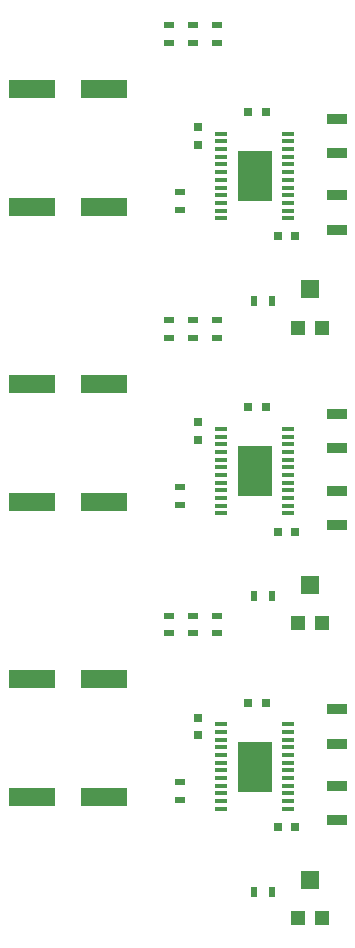
<source format=gbr>
G04 #@! TF.FileFunction,Paste,Top*
%FSLAX46Y46*%
G04 Gerber Fmt 4.6, Leading zero omitted, Abs format (unit mm)*
G04 Created by KiCad (PCBNEW (2015-12-07 BZR 6352)-product) date Sun 16 Jul 2017 10:51:14 AM EDT*
%MOMM*%
G01*
G04 APERTURE LIST*
%ADD10C,0.100000*%
%ADD11R,4.000500X1.600200*%
%ADD12R,0.900000X0.500000*%
%ADD13R,0.750000X0.800000*%
%ADD14R,0.800000X0.750000*%
%ADD15R,1.200000X1.200000*%
%ADD16R,1.600000X1.500000*%
%ADD17R,0.500000X0.900000*%
%ADD18R,1.700000X0.900000*%
%ADD19R,1.100000X0.400000*%
%ADD20R,3.000000X4.320000*%
G04 APERTURE END LIST*
D10*
D11*
X116050540Y-95500000D03*
X109949460Y-95500000D03*
X116050540Y-70500000D03*
X109949460Y-70500000D03*
D12*
X123573908Y-90112684D03*
X123573908Y-91612684D03*
X121573908Y-90112684D03*
X121573908Y-91612684D03*
D13*
X124000000Y-98750000D03*
X124000000Y-100250000D03*
D12*
X125573908Y-90112684D03*
X125573908Y-91612684D03*
D14*
X129750000Y-97500000D03*
X128250000Y-97500000D03*
D11*
X116050540Y-105500000D03*
X109949460Y-105500000D03*
D15*
X132500000Y-115750000D03*
D16*
X133500000Y-112500000D03*
D15*
X134500000Y-115750000D03*
D17*
X128750000Y-113500000D03*
X130250000Y-113500000D03*
D12*
X122500000Y-104250000D03*
X122500000Y-105750000D03*
D14*
X132250000Y-108000000D03*
X130750000Y-108000000D03*
D18*
X135750000Y-98050000D03*
X135750000Y-100950000D03*
X135750000Y-107450000D03*
X135750000Y-104550000D03*
D19*
X125950000Y-99325000D03*
X125950000Y-99975000D03*
X125950000Y-100625000D03*
X125950000Y-101275000D03*
X125950000Y-101925000D03*
X125950000Y-102575000D03*
X125950000Y-103225000D03*
X125950000Y-103875000D03*
X125950000Y-104525000D03*
X125950000Y-105175000D03*
X125950000Y-105825000D03*
X125950000Y-106475000D03*
X131650000Y-106475000D03*
X131650000Y-105825000D03*
X131650000Y-105175000D03*
X131650000Y-104525000D03*
X131650000Y-103875000D03*
X131650000Y-103225000D03*
X131650000Y-102575000D03*
X131650000Y-101925000D03*
X131650000Y-101275000D03*
X131650000Y-100625000D03*
X131650000Y-99975000D03*
X131650000Y-99325000D03*
D20*
X128800000Y-102900000D03*
D12*
X123573908Y-65112684D03*
X123573908Y-66612684D03*
X121573908Y-65112684D03*
X121573908Y-66612684D03*
D13*
X124000000Y-73750000D03*
X124000000Y-75250000D03*
D12*
X125573908Y-65112684D03*
X125573908Y-66612684D03*
D14*
X129750000Y-72500000D03*
X128250000Y-72500000D03*
D11*
X116050540Y-80500000D03*
X109949460Y-80500000D03*
D15*
X132500000Y-90750000D03*
D16*
X133500000Y-87500000D03*
D15*
X134500000Y-90750000D03*
D17*
X128750000Y-88500000D03*
X130250000Y-88500000D03*
D12*
X122500000Y-79250000D03*
X122500000Y-80750000D03*
D14*
X132250000Y-83000000D03*
X130750000Y-83000000D03*
D18*
X135750000Y-73050000D03*
X135750000Y-75950000D03*
X135750000Y-82450000D03*
X135750000Y-79550000D03*
D19*
X125950000Y-74325000D03*
X125950000Y-74975000D03*
X125950000Y-75625000D03*
X125950000Y-76275000D03*
X125950000Y-76925000D03*
X125950000Y-77575000D03*
X125950000Y-78225000D03*
X125950000Y-78875000D03*
X125950000Y-79525000D03*
X125950000Y-80175000D03*
X125950000Y-80825000D03*
X125950000Y-81475000D03*
X131650000Y-81475000D03*
X131650000Y-80825000D03*
X131650000Y-80175000D03*
X131650000Y-79525000D03*
X131650000Y-78875000D03*
X131650000Y-78225000D03*
X131650000Y-77575000D03*
X131650000Y-76925000D03*
X131650000Y-76275000D03*
X131650000Y-75625000D03*
X131650000Y-74975000D03*
X131650000Y-74325000D03*
D20*
X128800000Y-77900000D03*
D19*
X125950000Y-49325000D03*
X125950000Y-49975000D03*
X125950000Y-50625000D03*
X125950000Y-51275000D03*
X125950000Y-51925000D03*
X125950000Y-52575000D03*
X125950000Y-53225000D03*
X125950000Y-53875000D03*
X125950000Y-54525000D03*
X125950000Y-55175000D03*
X125950000Y-55825000D03*
X125950000Y-56475000D03*
X131650000Y-56475000D03*
X131650000Y-55825000D03*
X131650000Y-55175000D03*
X131650000Y-54525000D03*
X131650000Y-53875000D03*
X131650000Y-53225000D03*
X131650000Y-52575000D03*
X131650000Y-51925000D03*
X131650000Y-51275000D03*
X131650000Y-50625000D03*
X131650000Y-49975000D03*
X131650000Y-49325000D03*
D20*
X128800000Y-52900000D03*
D13*
X124000000Y-48750000D03*
X124000000Y-50250000D03*
D14*
X132250000Y-58000000D03*
X130750000Y-58000000D03*
X129750000Y-47500000D03*
X128250000Y-47500000D03*
D12*
X122500000Y-54250000D03*
X122500000Y-55750000D03*
X125573908Y-40112684D03*
X125573908Y-41612684D03*
X123573908Y-40112684D03*
X123573908Y-41612684D03*
X121573908Y-40112684D03*
X121573908Y-41612684D03*
D18*
X135750000Y-57450000D03*
X135750000Y-54550000D03*
X135750000Y-48050000D03*
X135750000Y-50950000D03*
D17*
X128750000Y-63500000D03*
X130250000Y-63500000D03*
D15*
X132500000Y-65750000D03*
D16*
X133500000Y-62500000D03*
D15*
X134500000Y-65750000D03*
D11*
X116050540Y-45500000D03*
X109949460Y-45500000D03*
X116050540Y-55500000D03*
X109949460Y-55500000D03*
M02*

</source>
